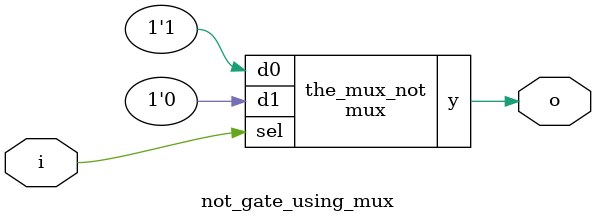
<source format=sv>

module mux
(
  input  d0, d1,
  input  sel,
  output y
);

  assign y = sel ? d1 : d0;

endmodule

//----------------------------------------------------------------------------
// Task
//----------------------------------------------------------------------------

module not_gate_using_mux
(
  input  i,
  output o
);

  mux the_mux_not(
    .d0(1),
    .d1(0),
    .sel(i),
    .y(o)
  );

  // Task:
  // Implement not gate using instance(s) of mux,
  // constants 0 and 1, and wire connections

endmodule

</source>
